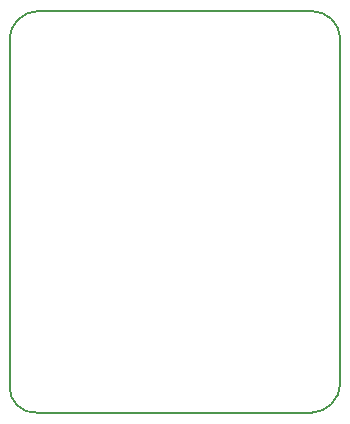
<source format=gbr>
%TF.GenerationSoftware,KiCad,Pcbnew,(6.0.11-0)*%
%TF.CreationDate,2023-05-05T09:17:23+02:00*%
%TF.ProjectId,Q17-PCB-Coil,5131372d-5043-4422-9d43-6f696c2e6b69,1.0*%
%TF.SameCoordinates,Original*%
%TF.FileFunction,Profile,NP*%
%FSLAX46Y46*%
G04 Gerber Fmt 4.6, Leading zero omitted, Abs format (unit mm)*
G04 Created by KiCad (PCBNEW (6.0.11-0)) date 2023-05-05 09:17:23*
%MOMM*%
%LPD*%
G01*
G04 APERTURE LIST*
%TA.AperFunction,Profile*%
%ADD10C,0.200000*%
%TD*%
G04 APERTURE END LIST*
D10*
X131680803Y-82803887D02*
X108502751Y-82804000D01*
X108502750Y-82803974D02*
G75*
G03*
X106111615Y-85090000I50550J-2446426D01*
G01*
X134112000Y-85090000D02*
X134112000Y-114350138D01*
X131684251Y-116803851D02*
X108458000Y-116803610D01*
X131684253Y-116803922D02*
G75*
G03*
X134112000Y-114350138I-76953J2504022D01*
G01*
X134111947Y-85090003D02*
G75*
G03*
X131680803Y-82803887I-2400647J-117197D01*
G01*
X106111161Y-114553998D02*
G75*
G03*
X108458000Y-116803610I2163339J-92102D01*
G01*
X106111615Y-85090000D02*
X106111200Y-114554000D01*
M02*

</source>
